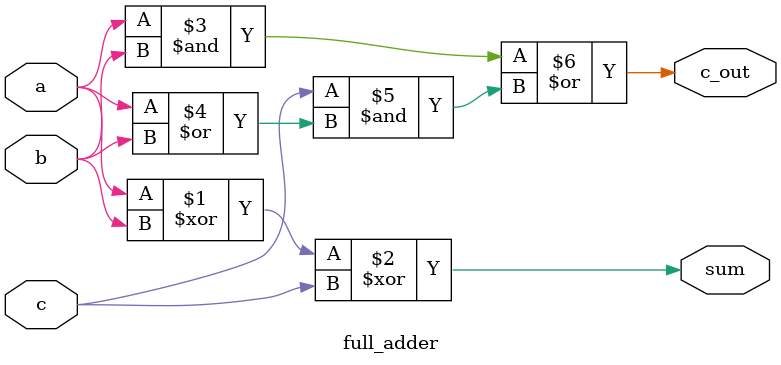
<source format=v>
module full_adder(
    input a,
    input b,
    input c,
    output sum,
    output c_out
);
    // Module functionality here
    assign sum = a ^ b^c;       // XOR operation
    assign c_out = (a & b) | c&(a|b) ;     // AND operation
endmodule

</source>
